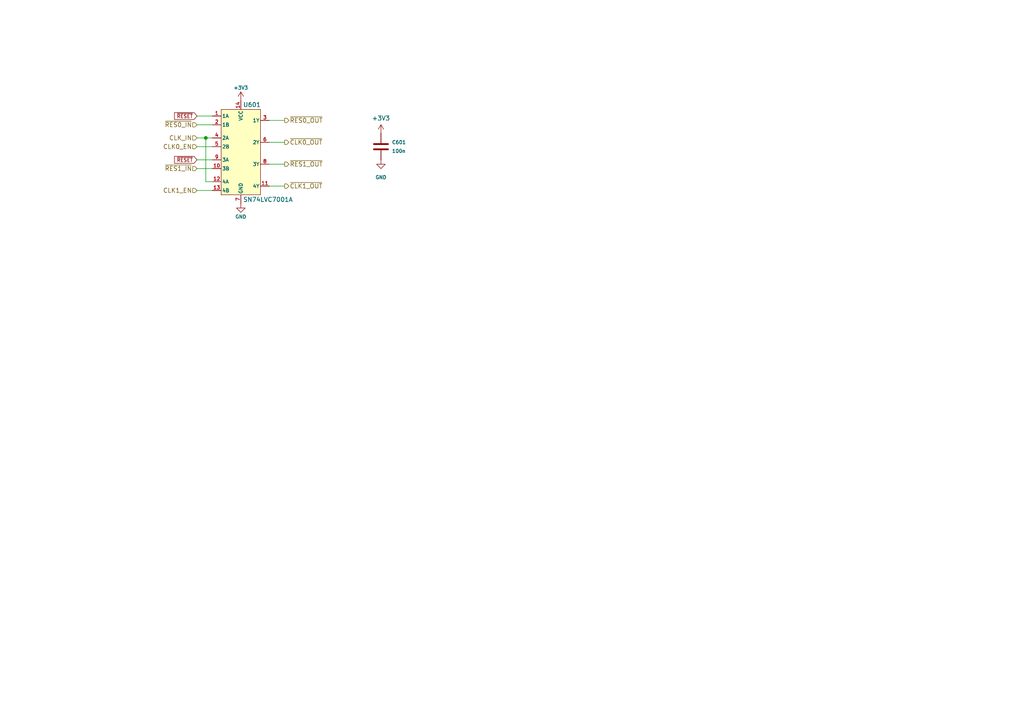
<source format=kicad_sch>
(kicad_sch (version 20250114) (generator "eeschema") (generator_version "9.0")
  (paper "A4")
  (title_block (company "Ashet Technologies"))
  (lib_symbols
    (symbol "Device:C" (pin_numbers (hide yes)) (pin_names (offset 0.254))
      (property "Reference" "C" (at 0.635 2.54 0))
      (property "Value" "C" (at 0.635 -2.54 0))
      (symbol "C_0_1"
        (polyline (pts (xy -2.032 0.762) (xy 2.032 0.762)) (stroke (width 0.508)))
        (polyline (pts (xy -2.032 -0.762) (xy 2.032 -0.762)) (stroke (width 0.508)))
      )
      (symbol "C_1_1"
        (pin passive line (at 0 3.81 270) (length 2.794) (name "~") (number "1"))
        (pin passive line (at 0 -3.81 90) (length 2.794) (name "~") (number "2"))
      )
    )
    (symbol "Home Computer:SN74LVC7001APWR" (pin_names (offset 0.254))
      (property "Reference" "U" (at 0 13.335 0))
      (property "Value" "SN74LVC7001A" (at 0 -12.7 0))
      (symbol "SN74LVC7001APWR_1_1"
        (rectangle (start -6.35 12.7) (end 5.08 -12.065) (fill (type background)))
        (pin input line (at -8.89 10.795 0) (length 2.54) (name "1A") (number "1"))
        (pin input line (at -8.89 8.255 0) (length 2.54) (name "1B") (number "2"))
        (pin input line (at -8.89 4.445 0) (length 2.54) (name "2A") (number "4"))
        (pin input line (at -8.89 1.905 0) (length 2.54) (name "2B") (number "5"))
        (pin input line (at -8.89 -1.905 0) (length 2.54) (name "3A") (number "9"))
        (pin input line (at -8.89 -4.445 0) (length 2.54) (name "3B") (number "10"))
        (pin input line (at -8.89 -8.255 0) (length 2.54) (name "4A") (number "12"))
        (pin input line (at -8.89 -10.795 0) (length 2.54) (name "4B") (number "13"))
        (pin power_in line (at -0.635 15.24 270) (length 2.54) (name "VCC") (number "14"))
        (pin power_in line (at -0.635 -14.605 90) (length 2.54) (name "GND") (number "7"))
        (pin output line (at 7.62 9.525 180) (length 2.54) (name "1Y") (number "3"))
        (pin output line (at 7.62 3.175 180) (length 2.54) (name "2Y") (number "6"))
        (pin output line (at 7.62 -3.175 180) (length 2.54) (name "3Y") (number "8"))
        (pin output line (at 7.62 -9.525 180) (length 2.54) (name "4Y") (number "11"))
      )
    )
    (symbol "power:+3V3" (power) (pin_numbers (hide yes)) (pin_names (offset 0) (hide yes))
      (property "Value" "+3V3" (at 0 3.556 0))
      (symbol "+3V3_0_1"
        (polyline (pts (xy -0.762 1.27) (xy 0 2.54)))
        (polyline (pts (xy 0 2.54) (xy 0.762 1.27)))
        (polyline (pts (xy 0 0) (xy 0 2.54)))
      )
      (symbol "+3V3_1_1"
        (pin power_in line (at 0 0 90) (length 0) (name "~") (number "1"))
      )
    )
    (symbol "power:GND" (power) (pin_numbers (hide yes)) (pin_names (offset 0) (hide yes))
      (property "Value" "GND" (at 0 -3.81 0))
      (symbol "GND_0_1"
        (polyline (pts (xy 0 0) (xy 0 -1.27) (xy 1.27 -1.27) (xy 0 -2.54) (xy -1.27 -1.27) (xy 0 -1.27)))
      )
      (symbol "GND_1_1"
        (pin power_in line (at 0 0 270) (length 0) (name "~") (number "1"))
      )
    )
  )
  (junction (at 59.69 40.005))
  (wire (pts (xy 82.55 41.275) (xy 78.105 41.275)))
  (wire (pts (xy 57.15 55.245) (xy 61.595 55.245)))
  (wire (pts (xy 57.15 48.895) (xy 61.595 48.895)))
  (wire (pts (xy 57.15 46.355) (xy 61.595 46.355)))
  (wire (pts (xy 59.69 40.005) (xy 61.595 40.005)))
  (wire (pts (xy 57.15 36.195) (xy 61.595 36.195)))
  (wire (pts (xy 82.55 47.625) (xy 78.105 47.625)))
  (wire (pts (xy 82.55 34.925) (xy 78.105 34.925)))
  (wire (pts (xy 57.15 40.005) (xy 59.69 40.005)))
  (wire (pts (xy 57.15 33.655) (xy 61.595 33.655)))
  (wire (pts (xy 59.69 52.705) (xy 59.69 40.005)))
  (wire (pts (xy 59.69 52.705) (xy 61.595 52.705)))
  (wire (pts (xy 57.15 42.545) (xy 61.595 42.545)))
  (wire (pts (xy 82.55 53.975) (xy 78.105 53.975)))
  (global_label "~{RESET}" (shape input) (at 57.15 46.355 180) (effects (font (size 1.016 1.016))) (property "Intersheetrefs" "${INTERSHEET_REFS}" (effects (hide yes))))
  (global_label "~{RESET}" (shape input) (at 57.15 33.655 180) (effects (font (size 1.016 1.016))) (property "Intersheetrefs" "${INTERSHEET_REFS}" (effects (hide yes))))
  (hierarchical_label "~{CLK0_OUT}" (shape output) (at 82.55 41.275 0))
  (hierarchical_label "CLK_IN" (shape input) (at 57.15 40.005 180))
  (hierarchical_label "~{RES0_OUT}" (shape output) (at 82.55 34.925 0))
  (hierarchical_label "~{CLK1_OUT}" (shape output) (at 82.55 53.975 0))
  (hierarchical_label "CLK1_EN" (shape input) (at 57.15 55.245 180))
  (hierarchical_label "CLK0_EN" (shape input) (at 57.15 42.545 180))
  (hierarchical_label "~{RES1_IN}" (shape input) (at 57.15 48.895 180))
  (hierarchical_label "~{RES0_IN}" (shape input) (at 57.15 36.195 180))
  (hierarchical_label "~{RES1_OUT}" (shape output) (at 82.55 47.625 0))
  (symbol (lib_id "power:GND") (at 110.49 46.355 0) (unit 1)
    (property "Reference" "#PWR0604" (effects (hide yes)))
    (property "Value" "GND" (at 110.49 51.435 0) (effects (font (size 1.016 1.016))))
    (property "Description" "Power symbol creates a global label with name \"GND\" , ground" (effects (hide yes)))
  )
  (symbol (lib_id "power:+3V3") (at 69.85 29.21 0) (unit 1)
    (property "Reference" "#PWR0601" (effects (hide yes)))
    (property "Value" "+3V3" (at 69.85 26.035 0) (effects (font (size 1.016 1.016)) (justify bottom)))
    (property "Description" "Power symbol creates a global label with name \"+3V3\"" (effects (hide yes)))
  )
  (symbol (lib_id "power:GND") (at 69.85 59.055 0) (unit 1)
    (property "Reference" "#PWR0602" (effects (hide yes)))
    (property "Value" "GND" (at 69.85 62.865 0) (effects (font (size 1.016 1.016))))
    (property "Description" "Power symbol creates a global label with name \"GND\" , ground" (effects (hide yes)))
  )
  (symbol (lib_id "Device:C") (at 110.49 42.545 180) (unit 1)
    (property "Reference" "C601" (at 113.665 41.2749 0) (effects (font (size 1.016 1.016)) (justify right)))
    (property "Value" "100n" (at 113.665 43.8149 0) (effects (font (size 1.016 1.016)) (justify right)))
    (property "Footprint" "Capacitor_SMD:C_0603_1608Metric" (effects (hide yes)))
    (property "Datasheet" "https://www.yageogroup.com/content/datasheet/asset/file/KEM_C1002_X7R_SMD" (effects (hide yes)))
    (property "Description" "Unpolarized capacitor" (effects (hide yes)))
    (property "Digikey Part No" "399-C0603C104M4RACTUCT-ND" (effects (hide yes)))
  )
  (symbol (lib_id "Home Computer:SN74LVC7001APWR") (at 70.485 44.45 0) (unit 1)
    (property "Reference" "U601" (at 70.485 31.115 0) (effects (justify left bottom)))
    (property "Value" "SN74LVC7001A" (at 70.485 57.15 0) (effects (justify left top)))
    (property "Datasheet" "https://www.ti.com/lit/ds/symlink/sn74lvc7001a.pdf?ts=1710954051460" (effects (hide yes)))
    (property "Description" "Quad 2-Input AND Gates with Schmitt-Trigger Inputs" (effects (hide yes)))
    (property "Digikey Part No" "296-SN74LVC7001APWRTR-ND" (effects (hide yes)))
  )
  (symbol (lib_id "power:+3V3") (at 110.49 38.735 0) (unit 1)
    (property "Reference" "#PWR0603" (effects (hide yes)))
    (property "Value" "+3V3" (at 110.49 34.29 0))
    (property "Description" "Power symbol creates a global label with name \"+3V3\"" (effects (hide yes)))
  )
)
</source>
